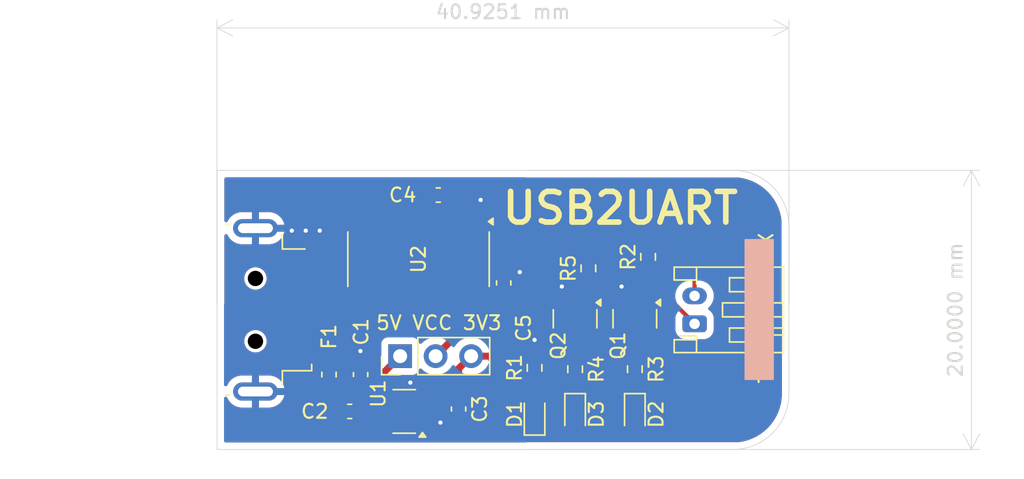
<source format=kicad_pcb>
(kicad_pcb (version 20240108) (generator "pcbnew") (generator_version "8.0")
  (layers (0 "F.Cu" signal) (31 "B.Cu" signal) (34 "B.Paste" user) (35 "F.Paste" user) (36 "B.SilkS" user "B.Silkscreen") (37 "F.SilkS" user "F.Silkscreen") (38 "B.Mask" user) (39 "F.Mask" user) (44 "Edge.Cuts" user))
  (net 0 "")
  (net 1 "+5V")
  (net 2 "+3V3")
  (net 3 "VCC")
  (net 4 "USB_D-")
  (net 5 "TX")
  (net 6 "RX")
  (net 7 "V3")
  (net 8 "USB_D+")
  (net 12 "GND")
  (net 19 "VBUS")
  (footprint "LED_SMD:LED_0603_1608Metric" (layer "F.Cu") (at 151.1625 117.485 -90)
    (property "Reference" "D3" (at 0 -1.525 90) (layer "F.SilkS"))
    (property "Value" "RX (Green)")
    (fp_line (start -1.485 0.735) (end 0.8 0.735) (stroke (width 0.12)) (layer "F.SilkS"))
    (fp_line (start -1.485 -0.735) (end -1.485 0.735) (stroke (width 0.12)) (layer "F.SilkS"))
    (fp_line (start 0.8 -0.735) (end -1.485 -0.735) (stroke (width 0.12)) (layer "F.SilkS"))
    (pad "1" smd roundrect (at -0.7875 0 270) (size 0.875 0.95) (layers "F.Cu" "F.Paste" "F.Mask") (net 2 "+3V3"))
    (pad "2" smd roundrect (at 0.7875 0 270) (size 0.875 0.95) (layers "F.Cu" "F.Paste" "F.Mask") (net 2 "+3V3"))
  )
  (footprint "Package_SO:SOIC-16_3.9x9.9mm_P1.27mm" (layer "F.Cu") (at 139.9575 106.37 -90)
    (property "Reference" "U2" (at 0 0 90) (layer "F.SilkS"))
    (property "Value" "CH340C")
    (fp_line (start 0 5.06) (end -1.95 5.06) (stroke (width 0.12)) (layer "F.SilkS"))
    (fp_line (start 0 5.06) (end 1.95 5.06) (stroke (width 0.12)) (layer "F.SilkS"))
    (fp_line (start 0 -5.06) (end -1.95 -5.06) (stroke (width 0.12)) (layer "F.SilkS"))
    (fp_line (start 0 -5.06) (end 1.95 -5.06) (stroke (width 0.12)) (layer "F.SilkS"))
    (fp_poly (pts (xy -2.7 -5.005) (xy -2.94 -5.335) (xy -2.46 -5.335) (xy -2.7 -5.005)) (stroke (width 0.12)) (fill solid) (layer "F.SilkS"))
    (pad "1" smd roundrect (at -2.475 -4.445 270) (size 1.95 0.6) (layers "F.Cu" "F.Paste" "F.Mask") (net 12 "GND"))
    (pad "2" smd roundrect (at -2.475 -3.175 270) (size 1.95 0.6) (layers "F.Cu" "F.Paste" "F.Mask") (net 5 "TX"))
    (pad "3" smd roundrect (at -2.475 -1.905 270) (size 1.95 0.6) (layers "F.Cu" "F.Paste" "F.Mask") (net 6 "RX"))
    (pad "4" smd roundrect (at -2.475 -0.635 270) (size 1.95 0.6) (layers "F.Cu" "F.Paste" "F.Mask") (net 7 "V3"))
    (pad "5" smd roundrect (at -2.475 0.635 270) (size 1.95 0.6) (layers "F.Cu" "F.Paste" "F.Mask") (net 8 "USB_D+"))
    (pad "6" smd roundrect (at -2.475 1.905 270) (size 1.95 0.6) (layers "F.Cu" "F.Paste" "F.Mask") (net 4 "USB_D-"))
    (pad "7" smd roundrect (at -2.475 3.175 270) (size 1.95 0.6) (layers "F.Cu" "F.Paste" "F.Mask"))
    (pad "8" smd roundrect (at -2.475 4.445 270) (size 1.95 0.6) (layers "F.Cu" "F.Paste" "F.Mask"))
    (pad "9" smd roundrect (at 2.475 4.445 270) (size 1.95 0.6) (layers "F.Cu" "F.Paste" "F.Mask"))
    (pad "10" smd roundrect (at 2.475 3.175 270) (size 1.95 0.6) (layers "F.Cu" "F.Paste" "F.Mask"))
    (pad "11" smd roundrect (at 2.475 1.905 270) (size 1.95 0.6) (layers "F.Cu" "F.Paste" "F.Mask"))
    (pad "12" smd roundrect (at 2.475 0.635 270) (size 1.95 0.6) (layers "F.Cu" "F.Paste" "F.Mask"))
    (pad "13" smd roundrect (at 2.475 -0.635 270) (size 1.95 0.6) (layers "F.Cu" "F.Paste" "F.Mask"))
    (pad "14" smd roundrect (at 2.475 -1.905 270) (size 1.95 0.6) (layers "F.Cu" "F.Paste" "F.Mask"))
    (pad "15" smd roundrect (at 2.475 -3.175 270) (size 1.95 0.6) (layers "F.Cu" "F.Paste" "F.Mask"))
    (pad "16" smd roundrect (at 2.475 -4.445 270) (size 1.95 0.6) (layers "F.Cu" "F.Paste" "F.Mask") (net 3 "VCC"))
  )
  (footprint "Connector_USB:USB_A_Molex_48037-2200_Horizontal" (layer "F.Cu") (at 119.9125 110 180)
    (property "Reference" "J1" (hide yes))
    (property "Value" "USB_A")
    (fp_line (start -6.515 6.11) (end -6.245 6.11) (stroke (width 0.12)) (layer "F.SilkS"))
    (fp_line (start -6.515 -6.11) (end -6.245 -6.11) (stroke (width 0.12)) (layer "F.SilkS"))
    (fp_line (start -10.3 4.36) (end -10.3 5.4) (stroke (width 0.12)) (layer "F.SilkS"))
    (fp_line (start -10.3 -5.4) (end -10.3 -4.36) (stroke (width 0.12)) (layer "F.SilkS"))
    (fp_line (start -11.92 4.36) (end -10.3 4.36) (stroke (width 0.12)) (layer "F.SilkS"))
    (fp_line (start -12.4 -4.36) (end -10.3 -4.36) (stroke (width 0.12)) (layer "F.SilkS"))
    (fp_line (start -12.4 -4.36) (end -12.4 -3.9) (stroke (width 0.12)) (layer "F.SilkS"))
    (pad "" np_thru_hole circle (at -8.375 -2.25 180) (size 1.1 1.1) (drill 1.1) (layers "*.Mask"))
    (pad "" np_thru_hole circle (at -8.375 2.25 180) (size 1.1 1.1) (drill 1.1) (layers "*.Mask"))
    (pad "1" smd roundrect (at -10.975 -3.5 180) (size 2 1.2) (layers "F.Cu" "F.Paste" "F.Mask") (net 19 "VBUS"))
    (pad "2" smd roundrect (at -10.975 -1 180) (size 2 1.2) (layers "F.Cu" "F.Paste" "F.Mask") (net 4 "USB_D-"))
    (pad "3" smd roundrect (at -10.975 1 180) (size 2 1.2) (layers "F.Cu" "F.Paste" "F.Mask") (net 8 "USB_D+"))
    (pad "4" smd roundrect (at -10.975 3.5 180) (size 2 1.2) (layers "F.Cu" "F.Paste" "F.Mask") (net 12 "GND"))
    (pad "5" thru_hole oval (at -8.375 -5.85 180) (size 3.2 1.3) (drill oval 2.5 0.7) (layers "*.Cu" "*.Mask") (net 12 "GND"))
    (pad "5" thru_hole oval (at -8.375 5.85 180) (size 3.2 1.3) (drill oval 2.5 0.7) (layers "*.Cu" "*.Mask") (net 12 "GND"))
  )
  (footprint "Capacitor_SMD:C_0603_1608Metric" (layer "F.Cu") (at 135.8125 114.63 90)
    (property "Reference" "C1" (at 3.055 0.0375 90) (layer "F.SilkS"))
    (property "Value" "4u7")
    (fp_line (start -0.14058 -0.51) (end 0.14058 -0.51) (stroke (width 0.12)) (layer "F.SilkS"))
    (fp_line (start -0.14058 0.51) (end 0.14058 0.51) (stroke (width 0.12)) (layer "F.SilkS"))
    (pad "1" smd roundrect (at -0.775 0 90) (size 0.9 0.95) (layers "F.Cu" "F.Paste" "F.Mask") (net 1 "+5V"))
    (pad "2" smd roundrect (at 0.775 0 90) (size 0.9 0.95) (layers "F.Cu" "F.Paste" "F.Mask") (net 12 "GND"))
  )
  (footprint "Package_TO_SOT_SMD:SOT-23-3" (layer "F.Cu") (at 138.9375 117.275 180)
    (property "Reference" "U1" (at 1.8625 1.275 90) (layer "F.SilkS"))
    (property "Value" "MCP1700x-330xxTT")
    (fp_line (start 0 1.56) (end 0.8 1.56) (stroke (width 0.12)) (layer "F.SilkS"))
    (fp_line (start 0 1.56) (end -0.8 1.56) (stroke (width 0.12)) (layer "F.SilkS"))
    (fp_line (start 0 -1.56) (end 0.8 -1.56) (stroke (width 0.12)) (layer "F.SilkS"))
    (fp_line (start 0 -1.56) (end -0.8 -1.56) (stroke (width 0.12)) (layer "F.SilkS"))
    (fp_poly (pts (xy -1.3 -1.51) (xy -1.54 -1.84) (xy -1.06 -1.84) (xy -1.3 -1.51)) (stroke (width 0.12)) (fill solid) (layer "F.SilkS"))
    (pad "1" smd roundrect (at -1.1375 -0.95 180) (size 1.325 0.6) (layers "F.Cu" "F.Paste" "F.Mask") (net 12 "GND"))
    (pad "2" smd roundrect (at -1.1375 0.95 180) (size 1.325 0.6) (layers "F.Cu" "F.Paste" "F.Mask") (net 2 "+3V3"))
    (pad "3" smd roundrect (at 1.1375 0 180) (size 1.325 0.6) (layers "F.Cu" "F.Paste" "F.Mask") (net 1 "+5V"))
  )
  (footprint "Resistor_SMD:R_0603_1608Metric" (layer "F.Cu") (at 151.1625 114.25 -90)
    (property "Reference" "R4" (at 0 -1.525 90) (layer "F.SilkS"))
    (property "Value" "330")
    (fp_line (start -0.237258 0.5225) (end 0.237258 0.5225) (stroke (width 0.12)) (layer "F.SilkS"))
    (fp_line (start -0.237258 -0.5225) (end 0.237258 -0.5225) (stroke (width 0.12)) (layer "F.SilkS"))
    (pad "1" smd roundrect (at -0.825 0 270) (size 0.8 0.95) (layers "F.Cu" "F.Paste" "F.Mask") (net 2 "+3V3"))
    (pad "2" smd roundrect (at 0.825 0 270) (size 0.8 0.95) (layers "F.Cu" "F.Paste" "F.Mask") (net 2 "+3V3"))
  )
  (footprint "Fuse:Fuse_0603_1608Metric" (layer "F.Cu") (at 133.55 114.63 -90)
    (property "Reference" "F1" (at -2.705 0 90) (layer "F.SilkS"))
    (property "Value" "Polyfuse")
    (fp_line (start -0.162779 0.51) (end 0.162779 0.51) (stroke (width 0.12)) (layer "F.SilkS"))
    (fp_line (start -0.162779 -0.51) (end 0.162779 -0.51) (stroke (width 0.12)) (layer "F.SilkS"))
    (pad "1" smd roundrect (at -0.7875 0 270) (size 0.875 0.95) (layers "F.Cu" "F.Paste" "F.Mask") (net 19 "VBUS"))
    (pad "2" smd roundrect (at 0.7875 0 270) (size 0.875 0.95) (layers "F.Cu" "F.Paste" "F.Mask") (net 1 "+5V"))
  )
  (footprint "Resistor_SMD:R_0603_1608Metric" (layer "F.Cu") (at 148.2625 114.1525 90)
    (property "Reference" "R1" (at 0 -1.43 90) (layer "F.SilkS"))
    (property "Value" "330")
    (fp_line (start -0.237258 -0.5225) (end 0.237258 -0.5225) (stroke (width 0.12)) (layer "F.SilkS"))
    (fp_line (start -0.237258 0.5225) (end 0.237258 0.5225) (stroke (width 0.12)) (layer "F.SilkS"))
    (pad "1" smd roundrect (at -0.825 0 90) (size 0.8 0.95) (layers "F.Cu" "F.Paste" "F.Mask") (net 2 "+3V3"))
    (pad "2" smd roundrect (at 0.825 0 90) (size 0.8 0.95) (layers "F.Cu" "F.Paste" "F.Mask") (net 12 "GND"))
  )
  (footprint "LED_SMD:LED_0603_1608Metric" (layer "F.Cu") (at 155.4375 117.485 -90)
    (property "Reference" "D2" (at 0 -1.525 90) (layer "F.SilkS"))
    (property "Value" "TX (Orange)")
    (fp_line (start -1.485 0.735) (end 0.8 0.735) (stroke (width 0.12)) (layer "F.SilkS"))
    (fp_line (start -1.485 -0.735) (end -1.485 0.735) (stroke (width 0.12)) (layer "F.SilkS"))
    (fp_line (start 0.8 -0.735) (end -1.485 -0.735) (stroke (width 0.12)) (layer "F.SilkS"))
    (pad "1" smd roundrect (at -0.7875 0 270) (size 0.875 0.95) (layers "F.Cu" "F.Paste" "F.Mask") (net 2 "+3V3"))
    (pad "2" smd roundrect (at 0.7875 0 270) (size 0.875 0.95) (layers "F.Cu" "F.Paste" "F.Mask") (net 2 "+3V3"))
  )
  (footprint "Connector_JST:JST_PH_S2B-PH-K_1x02_P2.00mm_Horizontal" (layer "F.Cu") (at 159.7125 111 90)
    (property "Reference" "J2" (hide yes))
    (property "Value" "Conn_01x02_Socket")
    (fp_line (start 4.06 -1.46) (end 3.14 -1.46) (stroke (width 0.12)) (layer "F.SilkS"))
    (fp_line (start 3.14 -1.46) (end 3.14 0.14) (stroke (width 0.12)) (layer "F.SilkS"))
    (fp_line (start -1.14 -1.46) (end -2.06 -1.46) (stroke (width 0.12)) (layer "F.SilkS"))
    (fp_line (start -2.06 -1.46) (end -2.06 6.36) (stroke (width 0.12)) (layer "F.SilkS"))
    (fp_line (start 4.06 0.14) (end 3.14 0.14) (stroke (width 0.12)) (layer "F.SilkS"))
    (fp_line (start 3.14 0.14) (end 2.86 0.14) (stroke (width 0.12)) (layer "F.SilkS"))
    (fp_line (start -0.86 0.14) (end -0.86 -1.075) (stroke (width 0.12)) (layer "F.SilkS"))
    (fp_line (start -0.86 0.14) (end -1.14 0.14) (stroke (width 0.12)) (layer "F.SilkS"))
    (fp_line (start -1.14 0.14) (end -1.14 -1.46) (stroke (width 0.12)) (layer "F.SilkS"))
    (fp_line (start -2.06 0.14) (end -1.14 0.14) (stroke (width 0.12)) (layer "F.SilkS"))
    (fp_line (start 1.5 2) (end 1.5 6.36) (stroke (width 0.12)) (layer "F.SilkS"))
    (fp_line (start 0.5 2) (end 1.5 2) (stroke (width 0.12)) (layer "F.SilkS"))
    (fp_line (start 3.3 2.5) (end 3.3 4.1) (stroke (width 0.12)) (layer "F.SilkS"))
    (fp_line (start 2.3 2.5) (end 3.3 2.5) (stroke (width 0.12)) (layer "F.SilkS"))
    (fp_line (start -0.3 2.5) (end -1.3 2.5) (stroke (width 0.12)) (layer "F.SilkS"))
    (fp_line (start -1.3 2.5) (end -1.3 4.1) (stroke (width 0.12)) (layer "F.SilkS"))
    (fp_line (start 3.3 4.1) (end 2.3 4.1) (stroke (width 0.12)) (layer "F.SilkS"))
    (fp_line (start 2.3 4.1) (end 2.3 2.5) (stroke (width 0.12)) (layer "F.SilkS"))
    (fp_line (start -0.3 4.1) (end -0.3 2.5) (stroke (width 0.12)) (layer "F.SilkS"))
    (fp_line (start -0.3 4.1) (end -0.3 6.36) (stroke (width 0.12)) (layer "F.SilkS"))
    (fp_line (start -0.8 4.1) (end -0.8 6.36) (stroke (width 0.12)) (layer "F.SilkS"))
    (fp_line (start -1.3 4.1) (end -0.3 4.1) (stroke (width 0.12)) (layer "F.SilkS"))
    (fp_line (start 4.06 6.36) (end 4.06 -1.46) (stroke (width 0.12)) (layer "F.SilkS"))
    (fp_line (start 0.5 6.36) (end 0.5 2) (stroke (width 0.12)) (layer "F.SilkS"))
    (fp_line (start -2.06 6.36) (end 4.06 6.36) (stroke (width 0.12)) (layer "F.SilkS"))
    (pad "1" thru_hole roundrect (at 0 0 90) (size 1.2 1.75) (drill 0.75) (layers "*.Cu" "*.Mask") (roundrect_rratio 0.208333) (net 6 "RX"))
    (pad "2" thru_hole oval (at 2 0 90) (size 1.2 1.75) (drill 0.75) (layers "*.Cu" "*.Mask") (net 5 "TX"))
  )
  (footprint "Capacitor_SMD:C_0603_1608Metric" (layer "F.Cu") (at 141.3725 101.775)
    (property "Reference" "C4" (at -2.55 0 0) (layer "F.SilkS"))
    (property "Value" "100n")
    (fp_line (start -0.14058 -0.51) (end 0.14058 -0.51) (stroke (width 0.12)) (layer "F.SilkS"))
    (fp_line (start -0.14058 0.51) (end 0.14058 0.51) (stroke (width 0.12)) (layer "F.SilkS"))
    (pad "1" smd roundrect (at -0.775 0) (size 0.9 0.95) (layers "F.Cu" "F.Paste" "F.Mask") (net 7 "V3"))
    (pad "2" smd roundrect (at 0.775 0) (size 0.9 0.95) (layers "F.Cu" "F.Paste" "F.Mask") (net 12 "GND"))
  )
  (footprint "Capacitor_SMD:C_0603_1608Metric" (layer "F.Cu") (at 135.0325 117.275 180)
    (property "Reference" "C2" (at 2.5 0 0) (layer "F.SilkS"))
    (property "Value" "1u")
    (fp_line (start -0.14058 0.51) (end 0.14058 0.51) (stroke (width 0.12)) (layer "F.SilkS"))
    (fp_line (start -0.14058 -0.51) (end 0.14058 -0.51) (stroke (width 0.12)) (layer "F.SilkS"))
    (pad "1" smd roundrect (at -0.775 0 180) (size 0.9 0.95) (layers "F.Cu" "F.Paste" "F.Mask") (net 1 "+5V"))
    (pad "2" smd roundrect (at 0.775 0 180) (size 0.9 0.95) (layers "F.Cu" "F.Paste" "F.Mask") (net 12 "GND"))
  )
  (footprint "Resistor_SMD:R_0603_1608Metric" (layer "F.Cu") (at 156.3875 106.2025 90)
    (property "Reference" "R2" (at 0 -1.43 90) (layer "F.SilkS"))
    (property "Value" "4k7")
    (fp_line (start -0.237258 -0.5225) (end 0.237258 -0.5225) (stroke (width 0.12)) (layer "F.SilkS"))
    (fp_line (start -0.237258 0.5225) (end 0.237258 0.5225) (stroke (width 0.12)) (layer "F.SilkS"))
    (pad "1" smd roundrect (at -0.825 0 90) (size 0.8 0.95) (layers "F.Cu" "F.Paste" "F.Mask") (net 5 "TX"))
    (pad "2" smd roundrect (at 0.825 0 90) (size 0.8 0.95) (layers "F.Cu" "F.Paste" "F.Mask") (net 5 "TX"))
  )
  (footprint "Resistor_SMD:R_0603_1608Metric" (layer "F.Cu") (at 155.4375 114.25 -90)
    (property "Reference" "R3" (at 0 -1.525 90) (layer "F.SilkS"))
    (property "Value" "330")
    (fp_line (start -0.237258 0.5225) (end 0.237258 0.5225) (stroke (width 0.12)) (layer "F.SilkS"))
    (fp_line (start -0.237258 -0.5225) (end 0.237258 -0.5225) (stroke (width 0.12)) (layer "F.SilkS"))
    (pad "1" smd roundrect (at -0.825 0 270) (size 0.8 0.95) (layers "F.Cu" "F.Paste" "F.Mask") (net 2 "+3V3"))
    (pad "2" smd roundrect (at 0.825 0 270) (size 0.8 0.95) (layers "F.Cu" "F.Paste" "F.Mask") (net 2 "+3V3"))
  )
  (footprint "Package_TO_SOT_SMD:SOT-23" (layer "F.Cu") (at 151.1625 110.64 -90)
    (property "Reference" "Q2" (at 1.93 1.2075 -90) (layer "F.SilkS"))
    (property "Value" "BC856")
    (fp_line (start 0 1.56) (end -0.65 1.56) (stroke (width 0.12)) (layer "F.SilkS"))
    (fp_line (start 0 1.56) (end 0.65 1.56) (stroke (width 0.12)) (layer "F.SilkS"))
    (fp_line (start 0 -1.56) (end -0.65 -1.56) (stroke (width 0.12)) (layer "F.SilkS"))
    (fp_line (start 0 -1.56) (end 0.65 -1.56) (stroke (width 0.12)) (layer "F.SilkS"))
    (fp_poly (pts (xy -1.1625 -1.51) (xy -1.4025 -1.84) (xy -0.9225 -1.84) (xy -1.1625 -1.51)) (stroke (width 0.12)) (fill solid) (layer "F.SilkS"))
    (pad "1" smd roundrect (at -0.9375 -0.95 270) (size 1.475 0.6) (layers "F.Cu" "F.Paste" "F.Mask") (net 6 "RX"))
    (pad "2" smd roundrect (at -0.9375 0.95 270) (size 1.475 0.6) (layers "F.Cu" "F.Paste" "F.Mask") (net 12 "GND"))
    (pad "3" smd roundrect (at 0.9375 0 270) (size 1.475 0.6) (layers "F.Cu" "F.Paste" "F.Mask") (net 2 "+3V3"))
  )
  (footprint "Resistor_SMD:R_0603_1608Metric" (layer "F.Cu") (at 152.1125 107.0275 90)
    (property "Reference" "R5" (at 0 -1.43 90) (layer "F.SilkS"))
    (property "Value" "4k7")
    (fp_line (start -0.237258 -0.5225) (end 0.237258 -0.5225) (stroke (width 0.12)) (layer "F.SilkS"))
    (fp_line (start -0.237258 0.5225) (end 0.237258 0.5225) (stroke (width 0.12)) (layer "F.SilkS"))
    (pad "1" smd roundrect (at -0.825 0 90) (size 0.8 0.95) (layers "F.Cu" "F.Paste" "F.Mask") (net 6 "RX"))
    (pad "2" smd roundrect (at 0.825 0 90) (size 0.8 0.95) (layers "F.Cu" "F.Paste" "F.Mask") (net 6 "RX"))
  )
  (footprint "Package_TO_SOT_SMD:SOT-23" (layer "F.Cu") (at 155.4375 110.64 -90)
    (property "Reference" "Q1" (at 1.93 1.2075 -90) (layer "F.SilkS"))
    (property "Value" "BC856")
    (fp_line (start 0 1.56) (end -0.65 1.56) (stroke (width 0.12)) (layer "F.SilkS"))
    (fp_line (start 0 1.56) (end 0.65 1.56) (stroke (width 0.12)) (layer "F.SilkS"))
    (fp_line (start 0 -1.56) (end -0.65 -1.56) (stroke (width 0.12)) (layer "F.SilkS"))
    (fp_line (start 0 -1.56) (end 0.65 -1.56) (stroke (width 0.12)) (layer "F.SilkS"))
    (fp_poly (pts (xy -1.1625 -1.51) (xy -1.4025 -1.84) (xy -0.9225 -1.84) (xy -1.1625 -1.51)) (stroke (width 0.12)) (fill solid) (layer "F.SilkS"))
    (pad "1" smd roundrect (at -0.9375 -0.95 270) (size 1.475 0.6) (layers "F.Cu" "F.Paste" "F.Mask") (net 5 "TX"))
    (pad "2" smd roundrect (at -0.9375 0.95 270) (size 1.475 0.6) (layers "F.Cu" "F.Paste" "F.Mask") (net 12 "GND"))
    (pad "3" smd roundrect (at 0.9375 0 270) (size 1.475 0.6) (layers "F.Cu" "F.Paste" "F.Mask") (net 2 "+3V3"))
  )
  (footprint "Capacitor_SMD:C_0603_1608Metric" (layer "F.Cu") (at 146.0525 108.07 90)
    (property "Reference" "C5" (at -3.2275 1.42 90) (layer "F.SilkS"))
    (property "Value" "100n")
    (fp_line (start -0.14058 -0.51) (end 0.14058 -0.51) (stroke (width 0.12)) (layer "F.SilkS"))
    (fp_line (start -0.14058 0.51) (end 0.14058 0.51) (stroke (width 0.12)) (layer "F.SilkS"))
    (pad "1" smd roundrect (at -0.775 0 90) (size 0.9 0.95) (layers "F.Cu" "F.Paste" "F.Mask") (net 3 "VCC"))
    (pad "2" smd roundrect (at 0.775 0 90) (size 0.9 0.95) (layers "F.Cu" "F.Paste" "F.Mask") (net 12 "GND"))
  )
  (footprint "Capacitor_SMD:C_0603_1608Metric" (layer "F.Cu") (at 142.825 117.1 -90)
    (property "Reference" "C3" (at 0.005 -1.51 90) (layer "F.SilkS"))
    (property "Value" "1u")
    (fp_line (start -0.14058 0.51) (end 0.14058 0.51) (stroke (width 0.12)) (layer "F.SilkS"))
    (fp_line (start -0.14058 -0.51) (end 0.14058 -0.51) (stroke (width 0.12)) (layer "F.SilkS"))
    (pad "1" smd roundrect (at -0.775 0 270) (size 0.9 0.95) (layers "F.Cu" "F.Paste" "F.Mask") (net 2 "+3V3"))
    (pad "2" smd roundrect (at 0.775 0 270) (size 0.9 0.95) (layers "F.Cu" "F.Paste" "F.Mask") (net 12 "GND"))
  )
  (footprint "Connector_PinHeader_2.54mm:PinHeader_1x03_P2.54mm_Vertical" (layer "F.Cu") (at 138.6425 113.315 90)
    (property "Reference" "J3" (hide yes))
    (property "Value" "Conn_01x03_Pin")
    (fp_line (start -1.33 -1.33) (end 0 -1.33) (stroke (width 0.12)) (layer "F.SilkS"))
    (fp_line (start -1.33 0) (end -1.33 -1.33) (stroke (width 0.12)) (layer "F.SilkS"))
    (fp_line (start 1.33 1.27) (end 1.33 6.41) (stroke (width 0.12)) (layer "F.SilkS"))
    (fp_line (start -1.33 1.27) (end 1.33 1.27) (stroke (width 0.12)) (layer "F.SilkS"))
    (fp_line (start -1.33 1.27) (end -1.33 6.41) (stroke (width 0.12)) (layer "F.SilkS"))
    (fp_line (start -1.33 6.41) (end 1.33 6.41) (stroke (width 0.12)) (layer "F.SilkS"))
    (pad "1" thru_hole rect (at 0 0 90) (size 1.7 1.7) (drill 1) (layers "*.Cu" "*.Mask") (net 1 "+5V"))
    (pad "2" thru_hole oval (at 0 2.54 90) (size 1.7 1.7) (drill 1) (layers "*.Cu" "*.Mask") (net 3 "VCC"))
    (pad "3" thru_hole oval (at 0 5.08 90) (size 1.7 1.7) (drill 1) (layers "*.Cu" "*.Mask") (net 2 "+3V3"))
  )
  (footprint "LED_SMD:LED_0603_1608Metric" (layer "F.Cu") (at 148.2625 117.485 90)
    (property "Reference" "D1" (at 0 -1.43 90) (layer "F.SilkS"))
    (property "Value" "PWR")
    (fp_line (start 0.8 -0.735) (end -1.485 -0.735) (stroke (width 0.12)) (layer "F.SilkS"))
    (fp_line (start -1.485 -0.735) (end -1.485 0.735) (stroke (width 0.12)) (layer "F.SilkS"))
    (fp_line (start -1.485 0.735) (end 0.8 0.735) (stroke (width 0.12)) (layer "F.SilkS"))
    (pad "1" smd roundrect (at -0.7875 0 90) (size 0.875 0.95) (layers "F.Cu" "F.Paste" "F.Mask") (net 2 "+3V3"))
    (pad "2" smd roundrect (at 0.7875 0 90) (size 0.875 0.95) (layers "F.Cu" "F.Paste" "F.Mask") (net 2 "+3V3"))
  )
  (gr_rect (start 163.3375 104.975) (end 165.3375 114.975) (stroke (width 0.1)) (fill solid) (layer "B.SilkS"))
  (gr_arc (start 166.462578 116) (mid 165.290982 118.828482) (end 162.4625 120.000078) (stroke (width 0.05)) (layer "Edge.Cuts"))
  (gr_arc (start 162.4625 99.999922) (mid 165.290982 101.171518) (end 166.462578 104) (stroke (width 0.05)) (layer "Edge.Cuts"))
  (gr_line (start 125.5375 100) (end 125.5375 120) (stroke (width 0.05)) (layer "Edge.Cuts"))
  (gr_line (start 166.462578 104) (end 166.462578 116) (stroke (width 0.05)) (layer "Edge.Cuts"))
  (gr_line (start 162.4625 120.000124) (end 125.5375 120.000124) (stroke (width 0.05)) (layer "Edge.Cuts"))
  (gr_line (start 125.5375 100) (end 162.4625 100) (stroke (width 0.05)) (layer "Edge.Cuts"))
  (gr_text "USB2UART" (at 145.76 104 0) (layer "F.SilkS") (effects (font (size 2.2 2.2) (thickness 0.4)) (justify left bottom)))
  (gr_text "5V VCC 3V3" (at 136.8425 111.515 0) (layer "F.SilkS") (effects (font (size 1 1)) (justify left bottom)))
  (gr_text "RX" (at 165.4225 106.55 90) (layer "F.SilkS") (effects (font (size 1 1)) (justify left bottom)))
  (gr_text "TX" (at 165.4225 113.45 90) (layer "F.SilkS") (effects (font (size 1 1)) (justify right bottom)))
  (dimension (type aligned) (layer "Edge.Cuts") (pts (xy 147.275 100) (xy 147.275 120)) (height -32.25) (gr_text "20,0000 mm" (at 178.375 110 90) (layer "Edge.Cuts") (effects (font (size 1 1) (thickness 0.15)))) (format (prefix "") (suffix "") (units 3) (units_format 1) (precision 4)) (style (thickness 0.05) (arrow_length 1.27) (text_position_mode 0) (extension_height 0.58642) (extension_offset 0.5) keep_text_aligned))
  (dimension (type aligned) (layer "Edge.Cuts") (pts (xy 166.462578 110) (xy 125.5375 110)) (height 20.2) (gr_text "40,9251 mm" (at 146.000039 88.65 0) (layer "Edge.Cuts") (effects (font (size 1 1) (thickness 0.15)))) (format (prefix "") (suffix "") (units 3) (units_format 1) (precision 4)) (style (thickness 0.05) (arrow_length 1.27) (text_position_mode 0) (extension_height 0.58642) (extension_offset 0.5) keep_text_aligned))
  (segment (start 135.8125 117.27) (end 135.8075 117.275) (width 0.5) (layer "F.Cu") (net 1))
  (segment (start 136.5525 115.405) (end 138.6425 113.315) (width 0.5) (layer "F.Cu") (net 1))
  (segment (start 135.8125 115.405) (end 135.8125 117.27) (width 0.5) (layer "F.Cu") (net 1))
  (segment (start 135.8075 117.275) (end 137.8 117.275) (width 0.5) (layer "F.Cu") (net 1))
  (segment (start 135.8 115.4175) (end 135.8125 115.405) (width 0.5) (layer "F.Cu") (net 1))
  (segment (start 133.55 115.4175) (end 135.8 115.4175) (width 0.5) (layer "F.Cu") (net 1))
  (segment (start 135.8125 115.405) (end 136.5525 115.405) (width 0.5) (layer "F.Cu") (net 1))
  (segment (start 140.075 116.325) (end 142.825 116.325) (width 0.5) (layer "F.Cu") (net 2))
  (segment (start 146.655 114.9775) (end 148.2625 114.9775) (width 0.5) (layer "F.Cu") (net 2))
  (segment (start 151.1625 118.2725) (end 148.2625 118.2725) (width 0.5) (layer "F.Cu") (net 2))
  (segment (start 144.9925 113.315) (end 143.7225 113.315) (width 0.5) (layer "F.Cu") (net 2))
  (segment (start 151.1625 118.2725) (end 155.4375 118.2725) (width 0.5) (layer "F.Cu") (net 2))
  (segment (start 142.825 116.325) (end 142.825 114.2125) (width 0.5) (layer "F.Cu") (net 2))
  (segment (start 144.9925 113.315) (end 146.655 114.9775) (width 0.5) (layer "F.Cu") (net 2))
  (segment (start 142.825 114.2125) (end 143.7225 113.315) (width 0.5) (layer "F.Cu") (net 2))
  (segment (start 155.4375 111.5775) (end 155.4375 113.425) (width 0.5) (layer "F.Cu") (net 2))
  (segment (start 151.1525 118.2625) (end 151.1625 118.2725) (width 0.5) (layer "F.Cu") (net 2))
  (segment (start 151.1625 113.425) (end 151.1625 111.5775) (width 0.5) (layer "F.Cu") (net 2))
  (segment (start 151.1625 116.6975) (end 151.1625 115.075) (width 0.5) (layer "F.Cu") (net 2))
  (segment (start 155.4375 115.075) (end 155.4375 116.6975) (width 0.5) (layer "F.Cu") (net 2))
  (segment (start 141.1825 113.315) (end 143.2225 111.275) (width 0.5) (layer "F.Cu") (net 3))
  (segment (start 143.2225 111.275) (end 144.9225 111.275) (width 0.5) (layer "F.Cu") (net 3))
  (segment (start 141.1825 113.315) (end 141.250184 113.315) (width 0.5) (layer "F.Cu") (net 3))
  (segment (start 146.0525 110.145) (end 146.0525 108.845) (width 0.5) (layer "F.Cu") (net 3))
  (segment (start 144.9225 111.275) (end 146.0525 110.145) (width 0.5) (layer "F.Cu") (net 3))
  (segment (start 144.4025 108.845) (end 146.0525 108.845) (width 0.5) (layer "F.Cu") (net 3))
  (segment (start 138.3875 102.885) (end 138.0525 103.22) (width 0.3) (layer "F.Cu") (net 4))
  (segment (start 134.2425 102.709266) (end 134.2425 107.645) (width 0.3) (layer "F.Cu") (net 4))
  (segment (start 134.886766 102.065) (end 137.958234 102.065) (width 0.3) (layer "F.Cu") (net 4))
  (segment (start 138.0525 103.22) (end 138.0525 103.895) (width 0.3) (layer "F.Cu") (net 4))
  (segment (start 134.2425 102.709266) (end 134.886766 102.065) (width 0.3) (layer "F.Cu") (net 4))
  (segment (start 131.2875 111) (end 130.8875 111) (width 0.3) (layer "F.Cu") (net 4))
  (segment (start 130.8875 111) (end 134.2425 107.645) (width 0.3) (layer "F.Cu") (net 4))
  (segment (start 138.3875 102.494266) (end 138.3875 102.885) (width 0.3) (layer "F.Cu") (net 4))
  (segment (start 137.958234 102.065) (end 138.3875 102.494266) (width 0.3) (layer "F.Cu") (net 4))
  (segment (start 143.1325 103.895) (end 143.1325 104.869999) (width 0.3) (layer "F.Cu") (net 5))
  (segment (start 159.7125 107.1525) (end 159.7125 109) (width 0.3) (layer "F.Cu") (net 5))
  (segment (start 143.1325 104.869999) (end 143.640001 105.3775) (width 0.3) (layer "F.Cu") (net 5))
  (segment (start 156.3875 107.0275) (end 156.3875 109.7025) (width 0.3) (layer "F.Cu") (net 5))
  (segment (start 143.640001 105.3775) (end 156.3875 105.3775) (width 0.3) (layer "F.Cu") (net 5))
  (segment (start 156.3875 105.3775) (end 157.9375 105.3775) (width 0.3) (layer "F.Cu") (net 5))
  (segment (start 157.9375 105.3775) (end 159.7125 107.1525) (width 0.3) (layer "F.Cu") (net 5))
  (segment (start 147.245 106.2025) (end 152.1125 106.2025) (width 0.3) (layer "F.Cu") (net 6))
  (segment (start 158.1 107.365) (end 158.1 109.3875) (width 0.3) (layer "F.Cu") (net 6))
  (segment (start 141.8625 103.895) (end 141.8625 104.869999) (width 0.3) (layer "F.Cu") (net 6))
  (segment (start 143.197501 106.205) (end 147.2425 106.205) (width 0.3) (layer "F.Cu") (net 6))
  (segment (start 152.1125 109.7025) (end 152.1125 107.8525) (width 0.3) (layer "F.Cu") (net 6))
  (segment (start 147.2425 106.205) (end 147.245 106.2025) (width 0.3) (layer "F.Cu") (net 6))
  (segment (start 156.9375 106.2025) (end 152.1125 106.2025) (width 0.3) (layer "F.Cu") (net 6))
  (segment (start 159.7125 111) (end 158.1 109.3875) (width 0.3) (layer "F.Cu") (net 6))
  (segment (start 158.1 107.365) (end 156.9375 106.2025) (width 0.3) (layer "F.Cu") (net 6))
  (segment (start 141.8625 104.869999) (end 143.197501 106.205) (width 0.3) (layer "F.Cu") (net 6))
  (segment (start 140.5925 101.78) (end 140.5975 101.775) (width 0.5) (layer "F.Cu") (net 7))
  (segment (start 140.5925 103.895) (end 140.5925 101.78) (width 0.5) (layer "F.Cu") (net 7))
  (segment (start 130.8875 109) (end 132.038971 109) (width 0.3) (layer "F.Cu") (net 8))
  (segment (start 132.038971 109) (end 133.6425 107.396471) (width 0.3) (layer "F.Cu") (net 8))
  (segment (start 131.2875 109) (end 130.8875 109) (width 0.3) (layer "F.Cu") (net 8))
  (segment (start 138.206766 101.465) (end 138.9875 102.245734) (width 0.3) (layer "F.Cu") (net 8))
  (segment (start 133.6425 102.460734) (end 134.638234 101.465) (width 0.3) (layer "F.Cu") (net 8))
  (segment (start 138.9875 102.245734) (end 138.9875 102.885) (width 0.3) (layer "F.Cu") (net 8))
  (segment (start 138.9875 102.885) (end 139.3225 103.22) (width 0.3) (layer "F.Cu") (net 8))
  (segment (start 139.3225 103.22) (end 139.3225 103.895) (width 0.3) (layer "F.Cu") (net 8))
  (segment (start 134.638234 101.465) (end 138.206766 101.465) (width 0.3) (layer "F.Cu") (net 8))
  (segment (start 133.6425 102.460734) (end 133.6425 107.396471) (width 0.3) (layer "F.Cu") (net 8))
  (segment (start 144.4025 103.895) (end 144.4025 102.125) (width 0.5) (layer "F.Cu") (net 12))
  (segment (start 131.8875 104.325) (end 132.8875 104.325) (width 0.5) (layer "F.Cu") (net 12))
  (segment (start 130.8875 104.35) (end 130.9125 104.325) (width 0.5) (layer "F.Cu") (net 12))
  (segment (start 148.2625 113.3275) (end 148.2625 112.1525) (width 0.5) (layer "F.Cu") (net 12))
  (segment (start 141.725 117.875) (end 141.525 118.075) (width 0.5) (layer "F.Cu") (net 12))
  (segment (start 140.075 118.225) (end 141.375 118.225) (width 0.5) (layer "F.Cu") (net 12))
  (segment (start 142.1475 101.775) (end 144.0525 101.775) (width 0.5) (layer "F.Cu") (net 12))
  (segment (start 144.0525 101.775) (end 144.4025 102.125) (width 0.5) (layer "F.Cu") (net 12))
  (segment (start 135.8125 113.855) (end 135.8125 112.9625) (width 0.5) (layer "F.Cu") (net 12))
  (segment (start 147.2025 107.295) (end 146.0525 107.295) (width 0.5) (layer "F.Cu") (net 12))
  (segment (start 130.8875 106.5) (end 130.8875 104.325) (width 0.5) (layer "F.Cu") (net 12))
  (segment (start 142.825 117.875) (end 141.725 117.875) (width 0.5) (layer "F.Cu") (net 12))
  (segment (start 135.8125 112.9625) (end 135.8 112.95) (width 0.5) (layer "F.Cu") (net 12))
  (segment (start 154.4875 109.7025) (end 154.4875 108.3275) (width 0.5) (layer "F.Cu") (net 12))
  (segment (start 141.375 118.225) (end 141.525 118.075) (width 0.5) (layer "F.Cu") (net 12))
  (segment (start 150.2125 109.7025) (end 150.2125 108.3275) (width 0.5) (layer "F.Cu") (net 12))
  (segment (start 130.8875 104.325) (end 131.8875 104.325) (width 0.5) (layer "F.Cu") (net 12))
  (via (at 141.525 118.075) (size 0.6) (drill 0.3) (layers "F.Cu" "B.Cu") (net 12))
  (via (at 135.8 112.95) (size 0.6) (drill 0.3) (layers "F.Cu" "B.Cu") (net 12))
  (via (at 132.8875 104.325) (size 0.6) (drill 0.3) (layers "F.Cu" "B.Cu") (net 12))
  (via (at 154.4875 108.3275) (size 0.6) (drill 0.3) (layers "F.Cu" "B.Cu") (net 12))
  (via (at 148.2625 112.1525) (size 0.6) (drill 0.3) (layers "F.Cu" "B.Cu") (net 12))
  (via (at 150.2125 108.3275) (size 0.6) (drill 0.3) (layers "F.Cu" "B.Cu") (net 12))
  (via (at 130.8875 104.325) (size 0.6) (drill 0.3) (layers "F.Cu" "B.Cu") (net 12))
  (via (at 139.37 115.21) (size 0.6) (drill 0.3) (layers "F.Cu" "B.Cu") (net 12))
  (via (at 147.2025 107.295) (size 0.6) (drill 0.3) (layers "F.Cu" "B.Cu") (net 12))
  (via (at 131.8875 104.325) (size 0.6) (drill 0.3) (layers "F.Cu" "B.Cu") (net 12))
  (via (at 144.4025 102.125) (size 0.6) (drill 0.3) (layers "F.Cu" "B.Cu") (net 12))
  (segment (start 133.2075 113.5) (end 133.55 113.8425) (width 0.5) (layer "F.Cu") (net 19))
  (segment (start 130.8875 113.5) (end 133.2075 113.5) (width 0.5) (layer "F.Cu") (net 19))
  (zone (net 12) (net_name "GND") (layer "F.Cu") (connect_pads (clearance 0.5)) (min_thickness 0.25) (fill yes (thermal_gap 0.5) (thermal_bridge_width 0.5))
    (polygon (pts (xy 125.5375 100) (xy 166.4525 100) (xy 166.4525 120) (xy 125.5375 120)))
  )
  (zone (net 12) (net_name "GND") (layer "B.Cu") (priority 1) (connect_pads (clearance 0.5)) (min_thickness 0.25) (fill yes (thermal_gap 0.5) (thermal_bridge_width 0.5))
    (polygon (pts (xy 125.5375 100) (xy 166.4575 100) (xy 166.4575 120) (xy 125.5375 120)))
  )
)
</source>
